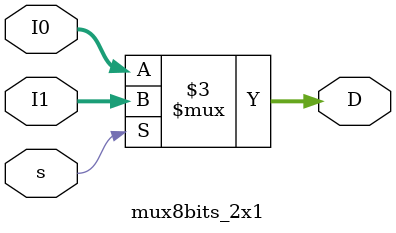
<source format=v>
`timescale 1ns / 1ps


module mux8bits_2x1(s, I1, I0, D);
    input [7:0] I1, I0;
    input s;
    output reg [7:0] D;
    
    always @ (s,I0,I1) begin
        if (s) begin
            D = I1;
        end
        else begin
            D = I0;
        end
    end

endmodule

</source>
